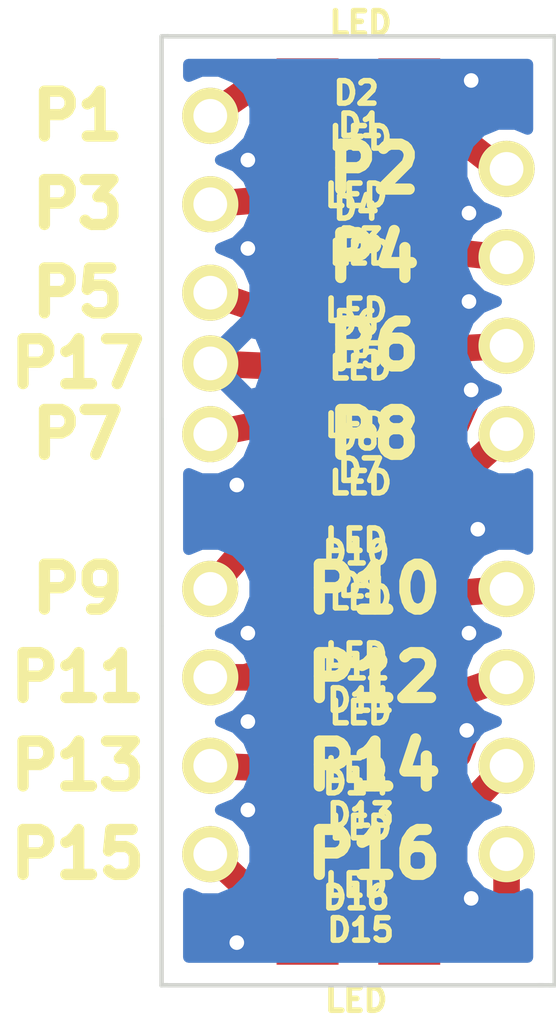
<source format=kicad_pcb>
(kicad_pcb (version 3) (host pcbnew "(22-Jun-2014 BZR 4027)-stable")

  (general
    (links 32)
    (no_connects 0)
    (area 199.477267 132.1301 214.816066 155.1699)
    (thickness 1.6)
    (drawings 16)
    (tracks 63)
    (zones 0)
    (modules 33)
    (nets 18)
  )

  (page A3)
  (layers
    (15 F.Cu signal)
    (0 B.Cu signal)
    (16 B.Adhes user)
    (17 F.Adhes user)
    (18 B.Paste user)
    (19 F.Paste user)
    (20 B.SilkS user)
    (21 F.SilkS user)
    (22 B.Mask user)
    (23 F.Mask user)
    (24 Dwgs.User user)
    (25 Cmts.User user)
    (26 Eco1.User user)
    (27 Eco2.User user)
    (28 Edge.Cuts user)
  )

  (setup
    (last_trace_width 0.6)
    (trace_clearance 0.1524)
    (zone_clearance 0.25)
    (zone_45_only no)
    (trace_min 0.254)
    (segment_width 0.2)
    (edge_width 0.1)
    (via_size 0.6858)
    (via_drill 0.3302)
    (via_min_size 0.6858)
    (via_min_drill 0.3302)
    (uvia_size 0.6858)
    (uvia_drill 0.3302)
    (uvias_allowed no)
    (uvia_min_size 0.508)
    (uvia_min_drill 0.127)
    (pcb_text_width 0.3)
    (pcb_text_size 1.5 1.5)
    (mod_edge_width 0.15)
    (mod_text_size 1 1)
    (mod_text_width 0.15)
    (pad_size 1.4 1)
    (pad_drill 0)
    (pad_to_mask_clearance 0)
    (aux_axis_origin 0 0)
    (visible_elements 7FFFFFEF)
    (pcbplotparams
      (layerselection 281051137)
      (usegerberextensions true)
      (excludeedgelayer true)
      (linewidth 0.150000)
      (plotframeref false)
      (viasonmask false)
      (mode 1)
      (useauxorigin false)
      (hpglpennumber 1)
      (hpglpenspeed 20)
      (hpglpendiameter 15)
      (hpglpenoverlay 2)
      (psnegative false)
      (psa4output false)
      (plotreference false)
      (plotvalue false)
      (plotothertext false)
      (plotinvisibletext false)
      (padsonsilk false)
      (subtractmaskfromsilk false)
      (outputformat 1)
      (mirror false)
      (drillshape 0)
      (scaleselection 1)
      (outputdirectory ""))
  )

  (net 0 "")
  (net 1 N-000001)
  (net 2 N-0000010)
  (net 3 N-0000011)
  (net 4 N-0000012)
  (net 5 N-0000013)
  (net 6 N-0000014)
  (net 7 N-0000015)
  (net 8 N-0000016)
  (net 9 N-0000017)
  (net 10 N-000002)
  (net 11 N-000003)
  (net 12 N-000004)
  (net 13 N-000005)
  (net 14 N-000006)
  (net 15 N-000007)
  (net 16 N-000008)
  (net 17 N-000009)

  (net_class Default "This is the default net class."
    (clearance 0.1524)
    (trace_width 0.6)
    (via_dia 0.6858)
    (via_drill 0.3302)
    (uvia_dia 0.6858)
    (uvia_drill 0.3302)
    (add_net "")
    (add_net N-000001)
    (add_net N-0000010)
    (add_net N-0000011)
    (add_net N-0000012)
    (add_net N-0000013)
    (add_net N-0000014)
    (add_net N-0000015)
    (add_net N-0000016)
    (add_net N-0000017)
    (add_net N-000002)
    (add_net N-000003)
    (add_net N-000004)
    (add_net N-000005)
    (add_net N-000006)
    (add_net N-000007)
    (add_net N-000008)
    (add_net N-000009)
  )

  (module 1PIN-SPECIAL (layer F.Cu) (tedit 56EF12D9) (tstamp 56EF3144)
    (at 204.45 140.3)
    (descr 1PIN-SPECIAL)
    (tags 1PIN-SPECIAL)
    (path /56EF0830)
    (fp_text reference P17 (at -3 0) (layer F.SilkS)
      (effects (font (size 1.016 1.016) (thickness 0.254)))
    )
    (fp_text value CONN_1 (at 0 2.794) (layer F.SilkS) hide
      (effects (font (size 1.016 1.016) (thickness 0.254)))
    )
    (pad 1 thru_hole circle (at 0 0) (size 1.27 1.27) (drill 0.762)
      (layers *.Cu *.Mask F.SilkS)
      (net 9 N-0000017)
    )
  )

  (module 1PIN-SPECIAL (layer F.Cu) (tedit 56EF12D9) (tstamp 56EF3149)
    (at 211.15 151.4)
    (descr 1PIN-SPECIAL)
    (tags 1PIN-SPECIAL)
    (path /56EF063E)
    (fp_text reference P16 (at -3 0) (layer F.SilkS)
      (effects (font (size 1.016 1.016) (thickness 0.254)))
    )
    (fp_text value CONN_1 (at 0 2.794) (layer F.SilkS) hide
      (effects (font (size 1.016 1.016) (thickness 0.254)))
    )
    (pad 1 thru_hole circle (at 0 0) (size 1.27 1.27) (drill 0.762)
      (layers *.Cu *.Mask F.SilkS)
      (net 8 N-0000016)
    )
  )

  (module 1PIN-SPECIAL (layer F.Cu) (tedit 56EF12D9) (tstamp 56EF314E)
    (at 204.45 151.4)
    (descr 1PIN-SPECIAL)
    (tags 1PIN-SPECIAL)
    (path /56EF0638)
    (fp_text reference P15 (at -3 0) (layer F.SilkS)
      (effects (font (size 1.016 1.016) (thickness 0.254)))
    )
    (fp_text value CONN_1 (at 0 2.794) (layer F.SilkS) hide
      (effects (font (size 1.016 1.016) (thickness 0.254)))
    )
    (pad 1 thru_hole circle (at 0 0) (size 1.27 1.27) (drill 0.762)
      (layers *.Cu *.Mask F.SilkS)
      (net 7 N-0000015)
    )
  )

  (module 1PIN-SPECIAL (layer F.Cu) (tedit 56EF12D9) (tstamp 56EF3153)
    (at 211.15 149.4)
    (descr 1PIN-SPECIAL)
    (tags 1PIN-SPECIAL)
    (path /56EF0632)
    (fp_text reference P14 (at -3 0) (layer F.SilkS)
      (effects (font (size 1.016 1.016) (thickness 0.254)))
    )
    (fp_text value CONN_1 (at 0 2.794) (layer F.SilkS) hide
      (effects (font (size 1.016 1.016) (thickness 0.254)))
    )
    (pad 1 thru_hole circle (at 0 0) (size 1.27 1.27) (drill 0.762)
      (layers *.Cu *.Mask F.SilkS)
      (net 6 N-0000014)
    )
  )

  (module 1PIN-SPECIAL (layer F.Cu) (tedit 56EF12D9) (tstamp 56EF3158)
    (at 204.45 149.4)
    (descr 1PIN-SPECIAL)
    (tags 1PIN-SPECIAL)
    (path /56EF062C)
    (fp_text reference P13 (at -3 0) (layer F.SilkS)
      (effects (font (size 1.016 1.016) (thickness 0.254)))
    )
    (fp_text value CONN_1 (at 0 2.794) (layer F.SilkS) hide
      (effects (font (size 1.016 1.016) (thickness 0.254)))
    )
    (pad 1 thru_hole circle (at 0 0) (size 1.27 1.27) (drill 0.762)
      (layers *.Cu *.Mask F.SilkS)
      (net 5 N-0000013)
    )
  )

  (module 1PIN-SPECIAL (layer F.Cu) (tedit 56EF12D9) (tstamp 56EF315D)
    (at 211.15 147.4)
    (descr 1PIN-SPECIAL)
    (tags 1PIN-SPECIAL)
    (path /56EF0626)
    (fp_text reference P12 (at -3 0) (layer F.SilkS)
      (effects (font (size 1.016 1.016) (thickness 0.254)))
    )
    (fp_text value CONN_1 (at 0 2.794) (layer F.SilkS) hide
      (effects (font (size 1.016 1.016) (thickness 0.254)))
    )
    (pad 1 thru_hole circle (at 0 0) (size 1.27 1.27) (drill 0.762)
      (layers *.Cu *.Mask F.SilkS)
      (net 4 N-0000012)
    )
  )

  (module 1PIN-SPECIAL (layer F.Cu) (tedit 56EF12D9) (tstamp 56EF3162)
    (at 204.45 147.4)
    (descr 1PIN-SPECIAL)
    (tags 1PIN-SPECIAL)
    (path /56EF0620)
    (fp_text reference P11 (at -3 0) (layer F.SilkS)
      (effects (font (size 1.016 1.016) (thickness 0.254)))
    )
    (fp_text value CONN_1 (at 0 2.794) (layer F.SilkS) hide
      (effects (font (size 1.016 1.016) (thickness 0.254)))
    )
    (pad 1 thru_hole circle (at 0 0) (size 1.27 1.27) (drill 0.762)
      (layers *.Cu *.Mask F.SilkS)
      (net 3 N-0000011)
    )
  )

  (module 1PIN-SPECIAL (layer F.Cu) (tedit 56EF12D9) (tstamp 56EF3167)
    (at 211.15 145.4)
    (descr 1PIN-SPECIAL)
    (tags 1PIN-SPECIAL)
    (path /56EF061A)
    (fp_text reference P10 (at -3 0) (layer F.SilkS)
      (effects (font (size 1.016 1.016) (thickness 0.254)))
    )
    (fp_text value CONN_1 (at 0 2.794) (layer F.SilkS) hide
      (effects (font (size 1.016 1.016) (thickness 0.254)))
    )
    (pad 1 thru_hole circle (at 0 0) (size 1.27 1.27) (drill 0.762)
      (layers *.Cu *.Mask F.SilkS)
      (net 2 N-0000010)
    )
  )

  (module 1PIN-SPECIAL (layer F.Cu) (tedit 56EF12D9) (tstamp 56EF316C)
    (at 204.45 145.4)
    (descr 1PIN-SPECIAL)
    (tags 1PIN-SPECIAL)
    (path /56EF0614)
    (fp_text reference P9 (at -3 0) (layer F.SilkS)
      (effects (font (size 1.016 1.016) (thickness 0.254)))
    )
    (fp_text value CONN_1 (at 0 2.794) (layer F.SilkS) hide
      (effects (font (size 1.016 1.016) (thickness 0.254)))
    )
    (pad 1 thru_hole circle (at 0 0) (size 1.27 1.27) (drill 0.762)
      (layers *.Cu *.Mask F.SilkS)
      (net 17 N-000009)
    )
  )

  (module 1PIN-SPECIAL (layer F.Cu) (tedit 56EF12D9) (tstamp 56EF3171)
    (at 211.15 141.9)
    (descr 1PIN-SPECIAL)
    (tags 1PIN-SPECIAL)
    (path /56EF060E)
    (fp_text reference P8 (at -3 0) (layer F.SilkS)
      (effects (font (size 1.016 1.016) (thickness 0.254)))
    )
    (fp_text value CONN_1 (at 0 2.794) (layer F.SilkS) hide
      (effects (font (size 1.016 1.016) (thickness 0.254)))
    )
    (pad 1 thru_hole circle (at 0 0) (size 1.27 1.27) (drill 0.762)
      (layers *.Cu *.Mask F.SilkS)
      (net 16 N-000008)
    )
  )

  (module 1PIN-SPECIAL (layer F.Cu) (tedit 56EF12D9) (tstamp 56EF3176)
    (at 204.45 141.9)
    (descr 1PIN-SPECIAL)
    (tags 1PIN-SPECIAL)
    (path /56EF0608)
    (fp_text reference P7 (at -3 0) (layer F.SilkS)
      (effects (font (size 1.016 1.016) (thickness 0.254)))
    )
    (fp_text value CONN_1 (at 0 2.794) (layer F.SilkS) hide
      (effects (font (size 1.016 1.016) (thickness 0.254)))
    )
    (pad 1 thru_hole circle (at 0 0) (size 1.27 1.27) (drill 0.762)
      (layers *.Cu *.Mask F.SilkS)
      (net 15 N-000007)
    )
  )

  (module 1PIN-SPECIAL (layer F.Cu) (tedit 56EF12D9) (tstamp 56EF317B)
    (at 211.15 139.9)
    (descr 1PIN-SPECIAL)
    (tags 1PIN-SPECIAL)
    (path /56EF0602)
    (fp_text reference P6 (at -3 0) (layer F.SilkS)
      (effects (font (size 1.016 1.016) (thickness 0.254)))
    )
    (fp_text value CONN_1 (at 0 2.794) (layer F.SilkS) hide
      (effects (font (size 1.016 1.016) (thickness 0.254)))
    )
    (pad 1 thru_hole circle (at 0 0) (size 1.27 1.27) (drill 0.762)
      (layers *.Cu *.Mask F.SilkS)
      (net 14 N-000006)
    )
  )

  (module 1PIN-SPECIAL (layer F.Cu) (tedit 56EF12D9) (tstamp 56EF3180)
    (at 204.45 138.7)
    (descr 1PIN-SPECIAL)
    (tags 1PIN-SPECIAL)
    (path /56EF05FC)
    (fp_text reference P5 (at -3 0) (layer F.SilkS)
      (effects (font (size 1.016 1.016) (thickness 0.254)))
    )
    (fp_text value CONN_1 (at 0 2.794) (layer F.SilkS) hide
      (effects (font (size 1.016 1.016) (thickness 0.254)))
    )
    (pad 1 thru_hole circle (at 0 0) (size 1.27 1.27) (drill 0.762)
      (layers *.Cu *.Mask F.SilkS)
      (net 13 N-000005)
    )
  )

  (module 1PIN-SPECIAL (layer F.Cu) (tedit 56EF12D9) (tstamp 56EF3185)
    (at 211.15 137.9)
    (descr 1PIN-SPECIAL)
    (tags 1PIN-SPECIAL)
    (path /56EF05F6)
    (fp_text reference P4 (at -3 0) (layer F.SilkS)
      (effects (font (size 1.016 1.016) (thickness 0.254)))
    )
    (fp_text value CONN_1 (at 0 2.794) (layer F.SilkS) hide
      (effects (font (size 1.016 1.016) (thickness 0.254)))
    )
    (pad 1 thru_hole circle (at 0 0) (size 1.27 1.27) (drill 0.762)
      (layers *.Cu *.Mask F.SilkS)
      (net 12 N-000004)
    )
  )

  (module 1PIN-SPECIAL (layer F.Cu) (tedit 56EF12D9) (tstamp 56EF318A)
    (at 204.45 136.7)
    (descr 1PIN-SPECIAL)
    (tags 1PIN-SPECIAL)
    (path /56EF05F0)
    (fp_text reference P3 (at -3 0) (layer F.SilkS)
      (effects (font (size 1.016 1.016) (thickness 0.254)))
    )
    (fp_text value CONN_1 (at 0 2.794) (layer F.SilkS) hide
      (effects (font (size 1.016 1.016) (thickness 0.254)))
    )
    (pad 1 thru_hole circle (at 0 0) (size 1.27 1.27) (drill 0.762)
      (layers *.Cu *.Mask F.SilkS)
      (net 11 N-000003)
    )
  )

  (module 1PIN-SPECIAL (layer F.Cu) (tedit 56EF12D9) (tstamp 56EF318F)
    (at 211.15 135.9)
    (descr 1PIN-SPECIAL)
    (tags 1PIN-SPECIAL)
    (path /56EF05EA)
    (fp_text reference P2 (at -3 0) (layer F.SilkS)
      (effects (font (size 1.016 1.016) (thickness 0.254)))
    )
    (fp_text value CONN_1 (at 0 2.794) (layer F.SilkS) hide
      (effects (font (size 1.016 1.016) (thickness 0.254)))
    )
    (pad 1 thru_hole circle (at 0 0) (size 1.27 1.27) (drill 0.762)
      (layers *.Cu *.Mask F.SilkS)
      (net 10 N-000002)
    )
  )

  (module 1PIN-SPECIAL (layer F.Cu) (tedit 56EF12D9) (tstamp 56EF3194)
    (at 204.45 134.7)
    (descr 1PIN-SPECIAL)
    (tags 1PIN-SPECIAL)
    (path /56EF05D3)
    (fp_text reference P1 (at -3 0) (layer F.SilkS)
      (effects (font (size 1.016 1.016) (thickness 0.254)))
    )
    (fp_text value CONN_1 (at 0 2.794) (layer F.SilkS) hide
      (effects (font (size 1.016 1.016) (thickness 0.254)))
    )
    (pad 1 thru_hole circle (at 0 0) (size 1.27 1.27) (drill 0.762)
      (layers *.Cu *.Mask F.SilkS)
      (net 1 N-000001)
    )
  )

  (module LED-SPECIAL (layer F.Cu) (tedit 56EF1A7D) (tstamp 56EF5060)
    (at 207.75 137.8)
    (descr "LED special")
    (tags "LED special")
    (path /56EF04F5)
    (attr smd)
    (fp_text reference D4 (at 0 -1.016) (layer F.SilkS)
      (effects (font (size 0.508 0.508) (thickness 0.127)))
    )
    (fp_text value LED (at 0 1.3) (layer F.SilkS)
      (effects (font (size 0.508 0.508) (thickness 0.127)))
    )
    (pad 1 smd rect (at -1.1 0) (size 1.4 1)
      (layers F.Cu F.Paste F.Mask)
      (net 9 N-0000017)
      (clearance 0.15)
    )
    (pad 2 smd rect (at 1.1 0) (size 1.4 1) (drill (offset 0.1 0))
      (layers F.Cu F.Paste F.Mask)
      (net 12 N-000004)
      (clearance 0.15)
    )
  )

  (module LED-SPECIAL (layer F.Cu) (tedit 56EF1A7D) (tstamp 56EF5059)
    (at 207.85 136.5 180)
    (descr "LED special")
    (tags "LED special")
    (path /56EF0505)
    (attr smd)
    (fp_text reference D3 (at 0 -1.016 180) (layer F.SilkS)
      (effects (font (size 0.508 0.508) (thickness 0.127)))
    )
    (fp_text value LED (at 0 1.3 180) (layer F.SilkS)
      (effects (font (size 0.508 0.508) (thickness 0.127)))
    )
    (pad 1 smd rect (at -1.1 0 180) (size 1.4 1)
      (layers F.Cu F.Paste F.Mask)
      (net 9 N-0000017)
      (clearance 0.15)
    )
    (pad 2 smd rect (at 1.1 0 180) (size 1.4 1) (drill (offset 0.1 0))
      (layers F.Cu F.Paste F.Mask)
      (net 11 N-000003)
      (clearance 0.15)
    )
  )

  (module LED-SPECIAL (layer F.Cu) (tedit 56EF1A7D) (tstamp 56EF5052)
    (at 207.85 139.1 180)
    (descr "LED special")
    (tags "LED special")
    (path /56EF055B)
    (attr smd)
    (fp_text reference D5 (at 0 -1.016 180) (layer F.SilkS)
      (effects (font (size 0.508 0.508) (thickness 0.127)))
    )
    (fp_text value LED (at 0 1.3 180) (layer F.SilkS)
      (effects (font (size 0.508 0.508) (thickness 0.127)))
    )
    (pad 1 smd rect (at -1.1 0 180) (size 1.4 1)
      (layers F.Cu F.Paste F.Mask)
      (net 9 N-0000017)
      (clearance 0.15)
    )
    (pad 2 smd rect (at 1.1 0 180) (size 1.4 1) (drill (offset 0.1 0))
      (layers F.Cu F.Paste F.Mask)
      (net 13 N-000005)
      (clearance 0.15)
    )
  )

  (module LED-SPECIAL (layer F.Cu) (tedit 56EF1A7D) (tstamp 56EF504B)
    (at 207.75 140.4)
    (descr "LED special")
    (tags "LED special")
    (path /56EF0561)
    (attr smd)
    (fp_text reference D6 (at 0 -1.016) (layer F.SilkS)
      (effects (font (size 0.508 0.508) (thickness 0.127)))
    )
    (fp_text value LED (at 0 1.3) (layer F.SilkS)
      (effects (font (size 0.508 0.508) (thickness 0.127)))
    )
    (pad 1 smd rect (at -1.1 0) (size 1.4 1)
      (layers F.Cu F.Paste F.Mask)
      (net 9 N-0000017)
      (clearance 0.15)
    )
    (pad 2 smd rect (at 1.1 0) (size 1.4 1) (drill (offset 0.1 0))
      (layers F.Cu F.Paste F.Mask)
      (net 14 N-000006)
      (clearance 0.15)
    )
  )

  (module LED-SPECIAL (layer F.Cu) (tedit 56EF1A7D) (tstamp 56EF5044)
    (at 207.75 143)
    (descr "LED special")
    (tags "LED special")
    (path /56EF0567)
    (attr smd)
    (fp_text reference D8 (at 0 -1.016) (layer F.SilkS)
      (effects (font (size 0.508 0.508) (thickness 0.127)))
    )
    (fp_text value LED (at 0 1.3) (layer F.SilkS)
      (effects (font (size 0.508 0.508) (thickness 0.127)))
    )
    (pad 1 smd rect (at -1.1 0) (size 1.4 1)
      (layers F.Cu F.Paste F.Mask)
      (net 9 N-0000017)
      (clearance 0.15)
    )
    (pad 2 smd rect (at 1.1 0) (size 1.4 1) (drill (offset 0.1 0))
      (layers F.Cu F.Paste F.Mask)
      (net 16 N-000008)
      (clearance 0.15)
    )
  )

  (module LED-SPECIAL (layer F.Cu) (tedit 56EF1A7D) (tstamp 56EF503D)
    (at 207.85 141.7 180)
    (descr "LED special")
    (tags "LED special")
    (path /56EF056D)
    (attr smd)
    (fp_text reference D7 (at 0 -1.016 180) (layer F.SilkS)
      (effects (font (size 0.508 0.508) (thickness 0.127)))
    )
    (fp_text value LED (at 0 1.3 180) (layer F.SilkS)
      (effects (font (size 0.508 0.508) (thickness 0.127)))
    )
    (pad 1 smd rect (at -1.1 0 180) (size 1.4 1)
      (layers F.Cu F.Paste F.Mask)
      (net 9 N-0000017)
      (clearance 0.15)
    )
    (pad 2 smd rect (at 1.1 0 180) (size 1.4 1) (drill (offset 0.1 0))
      (layers F.Cu F.Paste F.Mask)
      (net 15 N-000007)
      (clearance 0.15)
    )
  )

  (module LED-SPECIAL (layer F.Cu) (tedit 56EF1A7D) (tstamp 56EF5036)
    (at 207.85 144.3 180)
    (descr "LED special")
    (tags "LED special")
    (path /56EF0573)
    (attr smd)
    (fp_text reference D9 (at 0 -1.016 180) (layer F.SilkS)
      (effects (font (size 0.508 0.508) (thickness 0.127)))
    )
    (fp_text value LED (at 0 1.3 180) (layer F.SilkS)
      (effects (font (size 0.508 0.508) (thickness 0.127)))
    )
    (pad 1 smd rect (at -1.1 0 180) (size 1.4 1)
      (layers F.Cu F.Paste F.Mask)
      (net 9 N-0000017)
      (clearance 0.15)
    )
    (pad 2 smd rect (at 1.1 0 180) (size 1.4 1) (drill (offset 0.1 0))
      (layers F.Cu F.Paste F.Mask)
      (net 17 N-000009)
      (clearance 0.15)
    )
  )

  (module LED-SPECIAL (layer F.Cu) (tedit 56EF1A7D) (tstamp 56EF502F)
    (at 207.75 145.6)
    (descr "LED special")
    (tags "LED special")
    (path /56EF0579)
    (attr smd)
    (fp_text reference D10 (at 0 -1.016) (layer F.SilkS)
      (effects (font (size 0.508 0.508) (thickness 0.127)))
    )
    (fp_text value LED (at 0 1.3) (layer F.SilkS)
      (effects (font (size 0.508 0.508) (thickness 0.127)))
    )
    (pad 1 smd rect (at -1.1 0) (size 1.4 1)
      (layers F.Cu F.Paste F.Mask)
      (net 9 N-0000017)
      (clearance 0.15)
    )
    (pad 2 smd rect (at 1.1 0) (size 1.4 1) (drill (offset 0.1 0))
      (layers F.Cu F.Paste F.Mask)
      (net 2 N-0000010)
      (clearance 0.15)
    )
  )

  (module LED-SPECIAL (layer F.Cu) (tedit 56EF1A7D) (tstamp 56EF5028)
    (at 207.75 148.2)
    (descr "LED special")
    (tags "LED special")
    (path /56EF057F)
    (attr smd)
    (fp_text reference D12 (at 0 -1.016) (layer F.SilkS)
      (effects (font (size 0.508 0.508) (thickness 0.127)))
    )
    (fp_text value LED (at 0 1.3) (layer F.SilkS)
      (effects (font (size 0.508 0.508) (thickness 0.127)))
    )
    (pad 1 smd rect (at -1.1 0) (size 1.4 1)
      (layers F.Cu F.Paste F.Mask)
      (net 9 N-0000017)
      (clearance 0.15)
    )
    (pad 2 smd rect (at 1.1 0) (size 1.4 1) (drill (offset 0.1 0))
      (layers F.Cu F.Paste F.Mask)
      (net 4 N-0000012)
      (clearance 0.15)
    )
  )

  (module LED-SPECIAL (layer F.Cu) (tedit 56EF1A7D) (tstamp 56EF5021)
    (at 207.85 146.9 180)
    (descr "LED special")
    (tags "LED special")
    (path /56EF0585)
    (attr smd)
    (fp_text reference D11 (at 0 -1.016 180) (layer F.SilkS)
      (effects (font (size 0.508 0.508) (thickness 0.127)))
    )
    (fp_text value LED (at 0 1.3 180) (layer F.SilkS)
      (effects (font (size 0.508 0.508) (thickness 0.127)))
    )
    (pad 1 smd rect (at -1.1 0 180) (size 1.4 1)
      (layers F.Cu F.Paste F.Mask)
      (net 9 N-0000017)
      (clearance 0.15)
    )
    (pad 2 smd rect (at 1.1 0 180) (size 1.4 1) (drill (offset 0.1 0))
      (layers F.Cu F.Paste F.Mask)
      (net 3 N-0000011)
      (clearance 0.15)
    )
  )

  (module LED-SPECIAL (layer F.Cu) (tedit 56EF1A7D) (tstamp 56EF501A)
    (at 207.85 149.5 180)
    (descr "LED special")
    (tags "LED special")
    (path /56EF058B)
    (attr smd)
    (fp_text reference D13 (at 0 -1.016 180) (layer F.SilkS)
      (effects (font (size 0.508 0.508) (thickness 0.127)))
    )
    (fp_text value LED (at 0 1.3 180) (layer F.SilkS)
      (effects (font (size 0.508 0.508) (thickness 0.127)))
    )
    (pad 1 smd rect (at -1.1 0 180) (size 1.4 1)
      (layers F.Cu F.Paste F.Mask)
      (net 9 N-0000017)
      (clearance 0.15)
    )
    (pad 2 smd rect (at 1.1 0 180) (size 1.4 1) (drill (offset 0.1 0))
      (layers F.Cu F.Paste F.Mask)
      (net 5 N-0000013)
      (clearance 0.15)
    )
  )

  (module LED-SPECIAL (layer F.Cu) (tedit 56EF1A7D) (tstamp 56EF5013)
    (at 207.75 150.8)
    (descr "LED special")
    (tags "LED special")
    (path /56EF0591)
    (attr smd)
    (fp_text reference D14 (at 0 -1.016) (layer F.SilkS)
      (effects (font (size 0.508 0.508) (thickness 0.127)))
    )
    (fp_text value LED (at 0 1.3) (layer F.SilkS)
      (effects (font (size 0.508 0.508) (thickness 0.127)))
    )
    (pad 1 smd rect (at -1.1 0) (size 1.4 1)
      (layers F.Cu F.Paste F.Mask)
      (net 9 N-0000017)
      (clearance 0.15)
    )
    (pad 2 smd rect (at 1.1 0) (size 1.4 1) (drill (offset 0.1 0))
      (layers F.Cu F.Paste F.Mask)
      (net 6 N-0000014)
      (clearance 0.15)
    )
  )

  (module LED-SPECIAL (layer F.Cu) (tedit 56EF1A7D) (tstamp 56EF500C)
    (at 207.85 133.9 180)
    (descr "LED special")
    (tags "LED special")
    (path /56EF04DD)
    (attr smd)
    (fp_text reference D1 (at 0 -1.016 180) (layer F.SilkS)
      (effects (font (size 0.508 0.508) (thickness 0.127)))
    )
    (fp_text value LED (at 0 1.3 180) (layer F.SilkS)
      (effects (font (size 0.508 0.508) (thickness 0.127)))
    )
    (pad 1 smd rect (at -1.1 0 180) (size 1.4 1)
      (layers F.Cu F.Paste F.Mask)
      (net 9 N-0000017)
      (clearance 0.15)
    )
    (pad 2 smd rect (at 1.1 0 180) (size 1.4 1) (drill (offset 0.1 0))
      (layers F.Cu F.Paste F.Mask)
      (net 1 N-000001)
      (clearance 0.15)
    )
  )

  (module LED-SPECIAL (layer F.Cu) (tedit 56EF1A7D) (tstamp 56EF5005)
    (at 207.75 135.2)
    (descr "LED special")
    (tags "LED special")
    (path /56EF04EF)
    (attr smd)
    (fp_text reference D2 (at 0 -1.016) (layer F.SilkS)
      (effects (font (size 0.508 0.508) (thickness 0.127)))
    )
    (fp_text value LED (at 0 1.3) (layer F.SilkS)
      (effects (font (size 0.508 0.508) (thickness 0.127)))
    )
    (pad 1 smd rect (at -1.1 0) (size 1.4 1)
      (layers F.Cu F.Paste F.Mask)
      (net 9 N-0000017)
      (clearance 0.15)
    )
    (pad 2 smd rect (at 1.1 0) (size 1.4 1) (drill (offset 0.1 0))
      (layers F.Cu F.Paste F.Mask)
      (net 10 N-000002)
      (clearance 0.15)
    )
  )

  (module LED-SPECIAL (layer F.Cu) (tedit 56EF1A7D) (tstamp 56EF4FFE)
    (at 207.75 153.4)
    (descr "LED special")
    (tags "LED special")
    (path /56EF0597)
    (attr smd)
    (fp_text reference D16 (at 0 -1.016) (layer F.SilkS)
      (effects (font (size 0.508 0.508) (thickness 0.127)))
    )
    (fp_text value LED (at 0 1.3) (layer F.SilkS)
      (effects (font (size 0.508 0.508) (thickness 0.127)))
    )
    (pad 1 smd rect (at -1.1 0) (size 1.4 1)
      (layers F.Cu F.Paste F.Mask)
      (net 9 N-0000017)
      (clearance 0.15)
    )
    (pad 2 smd rect (at 1.1 0) (size 1.4 1) (drill (offset 0.1 0))
      (layers F.Cu F.Paste F.Mask)
      (net 8 N-0000016)
      (clearance 0.15)
    )
  )

  (module LED-SPECIAL (layer F.Cu) (tedit 56EF1A7D) (tstamp 56EF4FF7)
    (at 207.85 152.1 180)
    (descr "LED special")
    (tags "LED special")
    (path /56EF059D)
    (attr smd)
    (fp_text reference D15 (at 0 -1.016 180) (layer F.SilkS)
      (effects (font (size 0.508 0.508) (thickness 0.127)))
    )
    (fp_text value LED (at 0 1.3 180) (layer F.SilkS)
      (effects (font (size 0.508 0.508) (thickness 0.127)))
    )
    (pad 1 smd rect (at -1.1 0 180) (size 1.4 1)
      (layers F.Cu F.Paste F.Mask)
      (net 9 N-0000017)
      (clearance 0.15)
    )
    (pad 2 smd rect (at 1.1 0 180) (size 1.4 1) (drill (offset 0.1 0))
      (layers F.Cu F.Paste F.Mask)
      (net 7 N-0000015)
      (clearance 0.15)
    )
  )

  (gr_line (start 212.23732 154.36596) (end 212.23732 154.36088) (angle 90) (layer Edge.Cuts) (width 0.1))
  (gr_line (start 212.11286 154.36596) (end 212.23732 154.36596) (angle 90) (layer Edge.Cuts) (width 0.1))
  (gr_line (start 203.34732 154.36342) (end 203.34732 154.3685) (angle 90) (layer Edge.Cuts) (width 0.1))
  (gr_line (start 203.4794 154.36342) (end 203.34732 154.36342) (angle 90) (layer Edge.Cuts) (width 0.1))
  (gr_line (start 212.23986 132.90042) (end 212.23986 132.91566) (angle 90) (layer Edge.Cuts) (width 0.1))
  (gr_line (start 212.12302 132.90042) (end 212.23986 132.90042) (angle 90) (layer Edge.Cuts) (width 0.1))
  (gr_line (start 203.35 132.9) (end 203.5 132.9) (angle 90) (layer Edge.Cuts) (width 0.1))
  (gr_line (start 211.858 154.365) (end 212.112 154.365) (angle 90) (layer Edge.Cuts) (width 0.1))
  (gr_line (start 203.349 133.029) (end 203.349 132.902) (angle 90) (layer Edge.Cuts) (width 0.1))
  (gr_line (start 212.239 132.902) (end 212.239 133.156) (angle 90) (layer Edge.Cuts) (width 0.1))
  (gr_line (start 203.349 133.029) (end 203.349 141.792) (angle 90) (layer Edge.Cuts) (width 0.1))
  (gr_line (start 212.112 132.902) (end 203.476 132.902) (angle 90) (layer Edge.Cuts) (width 0.1))
  (gr_line (start 212.239 154.365) (end 212.239 133.029) (angle 90) (layer Edge.Cuts) (width 0.1))
  (gr_line (start 203.476 154.365) (end 211.985 154.365) (angle 90) (layer Edge.Cuts) (width 0.1))
  (gr_line (start 203.349 146.237) (end 203.349 154.365) (angle 90) (layer Edge.Cuts) (width 0.1))
  (gr_line (start 203.349 141.538) (end 203.349 146.237) (angle 90) (layer Edge.Cuts) (width 0.1))

  (segment (start 206.75 133.9) (end 205.6 133.9) (width 0.6) (layer F.Cu) (net 1) (tstamp 56EF6235))
  (segment (start 205.6 133.9) (end 204.45 134.7) (width 0.6) (layer F.Cu) (net 1) (tstamp 56EF6236))
  (segment (start 208.85 145.6) (end 211.15 145.4) (width 0.6) (layer F.Cu) (net 2) (tstamp 56EF65B3))
  (segment (start 204.45 147.4) (end 205.25 147.4) (width 0.6) (layer F.Cu) (net 3) (tstamp 56EF629D))
  (segment (start 205.25 147.4) (end 206.75 146.9) (width 0.6) (layer F.Cu) (net 3) (tstamp 56EF62A1))
  (segment (start 208.85 148.2) (end 211.15 147.4) (width 0.6) (layer F.Cu) (net 4) (tstamp 56EF68D4))
  (segment (start 204.45 149.4) (end 206.75 149.5) (width 0.6) (layer F.Cu) (net 5) (tstamp 56EF6752))
  (segment (start 208.85 150.8) (end 210.3 150.3) (width 0.6) (layer F.Cu) (net 6) (tstamp 56EF65BC))
  (segment (start 210.3 150.3) (end 211.15 149.4) (width 0.6) (layer F.Cu) (net 6) (tstamp 56EF65C1))
  (segment (start 206.75 152.1) (end 205.2 152.1) (width 0.6) (layer F.Cu) (net 7) (tstamp 56EF620B))
  (segment (start 205.2 152.1) (end 204.45 151.4) (width 0.6) (layer F.Cu) (net 7) (tstamp 56EF620F))
  (segment (start 211.15 151.4) (end 211.15 152.8) (width 0.6) (layer F.Cu) (net 8) (tstamp 56EF6637))
  (segment (start 210.5 153.3) (end 208.85 153.4) (width 0.6) (layer F.Cu) (net 8) (tstamp 56EF6645))
  (segment (start 211.15 152.8) (end 210.5 153.3) (width 0.6) (layer F.Cu) (net 8) (tstamp 56EF663E))
  (segment (start 208.95 149.5) (end 210.05 149.15) (width 0.6) (layer F.Cu) (net 9) (tstamp 56EF68DE))
  (via (at 210.25 148.6) (size 0.6858) (layers F.Cu B.Cu) (net 9))
  (segment (start 210.05 149.15) (end 210.25 148.6) (width 0.6) (layer F.Cu) (net 9) (tstamp 56EF68E9))
  (segment (start 206.65 140.4) (end 204.45 140.3) (width 0.6) (layer F.Cu) (net 9) (tstamp 56EF67DD))
  (segment (start 206.65 143) (end 205.05 143.05) (width 0.6) (layer F.Cu) (net 9) (tstamp 56EF67B3))
  (via (at 205.05 143.05) (size 0.6858) (layers F.Cu B.Cu) (net 9))
  (segment (start 206.65 135.2) (end 205.3 135.7) (width 0.6) (layer F.Cu) (net 9) (tstamp 56EF6706))
  (via (at 205.3 135.7) (size 0.6858) (layers F.Cu B.Cu) (net 9))
  (segment (start 208.95 146.9) (end 210.3 146.4) (width 0.6) (layer F.Cu) (net 9) (tstamp 56EF6582))
  (via (at 210.3 146.4) (size 0.6858) (layers F.Cu B.Cu) (net 9))
  (segment (start 208.95 144.3) (end 210.5 144.05) (width 0.6) (layer F.Cu) (net 9) (tstamp 56EF656A))
  (via (at 210.5 144.05) (size 0.6858) (layers F.Cu B.Cu) (net 9))
  (segment (start 206.65 145.6) (end 205.55 145.95) (width 0.6) (layer F.Cu) (net 9) (tstamp 56EF6543))
  (via (at 205.3 146.4) (size 0.6858) (layers F.Cu B.Cu) (net 9))
  (segment (start 205.55 145.95) (end 205.3 146.4) (width 0.6) (layer F.Cu) (net 9) (tstamp 56EF654A))
  (segment (start 208.95 141.7) (end 210 141.7) (width 0.6) (layer F.Cu) (net 9) (tstamp 56EF64F1))
  (via (at 210.35 140.9) (size 0.6858) (layers F.Cu B.Cu) (net 9))
  (segment (start 210 141.7) (end 210.35 140.9) (width 0.6) (layer F.Cu) (net 9) (tstamp 56EF64FE))
  (segment (start 208.95 152.1) (end 210.35 152.4) (width 0.6) (layer F.Cu) (net 9) (tstamp 56EF648C))
  (via (at 210.35 152.4) (size 0.6858) (layers F.Cu B.Cu) (net 9))
  (segment (start 208.95 139.1) (end 210.3 138.9) (width 0.6) (layer F.Cu) (net 9) (tstamp 56EF643D))
  (via (at 210.3 138.9) (size 0.6858) (layers F.Cu B.Cu) (net 9))
  (segment (start 208.95 136.5) (end 210.3 136.9) (width 0.6) (layer F.Cu) (net 9) (tstamp 56EF6424))
  (via (at 210.3 136.9) (size 0.6858) (layers F.Cu B.Cu) (net 9))
  (segment (start 208.95 133.9) (end 210.35 133.9) (width 0.6) (layer F.Cu) (net 9) (tstamp 56EF63EF))
  (via (at 210.35 133.9) (size 0.6858) (layers F.Cu B.Cu) (net 9))
  (segment (start 206.65 153.4) (end 205.05 153.4) (width 0.6) (layer F.Cu) (net 9) (tstamp 56EF61BA))
  (via (at 205.05 153.4) (size 0.6858) (layers F.Cu B.Cu) (net 9))
  (segment (start 206.65 148.2) (end 205.3 148.4) (width 0.6) (layer F.Cu) (net 9) (tstamp 56EF61A1))
  (via (at 205.3 148.4) (size 0.6858) (layers F.Cu B.Cu) (net 9))
  (segment (start 206.65 150.8) (end 205.3 150.4) (width 0.6) (layer F.Cu) (net 9) (tstamp 56EF618C))
  (via (at 205.3 150.4) (size 0.6858) (layers F.Cu B.Cu) (net 9))
  (segment (start 206.65 137.8) (end 205.3 137.7) (width 0.6) (layer F.Cu) (net 9) (tstamp 56EF6125))
  (via (at 205.3 137.7) (size 0.6858) (layers F.Cu B.Cu) (net 9))
  (segment (start 208.9 135.2) (end 210.1 135.2) (width 0.6) (layer F.Cu) (net 10) (tstamp 56EF465F))
  (segment (start 210.1 135.2) (end 211 135.9) (width 0.6) (layer F.Cu) (net 10) (tstamp 56EF4661))
  (segment (start 206.75 136.5) (end 204.45 136.7) (width 0.6) (layer F.Cu) (net 11) (tstamp 56EF623B))
  (segment (start 208.9 137.8) (end 210.1 137.8) (width 0.6) (layer F.Cu) (net 12) (tstamp 56EF4658))
  (segment (start 210.1 137.8) (end 211 137.9) (width 0.6) (layer F.Cu) (net 12) (tstamp 56EF4659))
  (segment (start 206.75 139.1) (end 205.6 139.1) (width 0.6) (layer F.Cu) (net 13) (tstamp 56EF622C))
  (segment (start 205.6 139.1) (end 204.45 138.7) (width 0.6) (layer F.Cu) (net 13) (tstamp 56EF622E))
  (segment (start 208.85 140.4) (end 210.3 139.95) (width 0.6) (layer F.Cu) (net 14) (tstamp 56EF65DA))
  (segment (start 210.3 139.95) (end 211.15 139.9) (width 0.6) (layer F.Cu) (net 14) (tstamp 56EF65E2))
  (segment (start 206.75 141.7) (end 205.45 141.7) (width 0.6) (layer F.Cu) (net 15) (tstamp 56EF6245))
  (segment (start 205.45 141.7) (end 204.45 141.9) (width 0.6) (layer F.Cu) (net 15) (tstamp 56EF6248))
  (segment (start 208.85 143) (end 210.15 142.8) (width 0.6) (layer F.Cu) (net 16) (tstamp 56EF65C7))
  (segment (start 210.15 142.8) (end 211.15 141.9) (width 0.6) (layer F.Cu) (net 16) (tstamp 56EF65C9))
  (segment (start 206.75 144.3) (end 205.4 144.3) (width 0.6) (layer F.Cu) (net 17) (tstamp 56EF6219))
  (segment (start 205.4 144.3) (end 204.45 145.4) (width 0.6) (layer F.Cu) (net 17) (tstamp 56EF621D))

  (zone (net 9) (net_name N-0000017) (layer B.Cu) (tstamp 56EF5AE7) (hatch edge 0.508)
    (connect_pads (clearance 0.25))
    (min_thickness 0.254)
    (fill (arc_segments 16) (thermal_gap 0.508) (thermal_bridge_width 0.508))
    (polygon
      (pts
        (xy 211.753 153.857) (xy 203.835 153.857) (xy 203.835 133.41) (xy 211.753 133.41)
      )
    )
    (filled_polygon
      (pts
        (xy 211.626 153.73) (xy 205.732679 153.73) (xy 205.732679 140.477335) (xy 205.702904 139.972976) (xy 205.567178 139.645304)
        (xy 205.338132 139.591473) (xy 204.629605 140.3) (xy 205.338132 141.008527) (xy 205.567178 140.954696) (xy 205.732679 140.477335)
        (xy 205.732679 153.73) (xy 203.962 153.73) (xy 203.962 152.293141) (xy 204.247818 152.411824) (xy 204.650416 152.412175)
        (xy 205.022503 152.258432) (xy 205.307431 151.974) (xy 205.461824 151.602182) (xy 205.462175 151.199584) (xy 205.308432 150.827497)
        (xy 205.024 150.542569) (xy 204.68027 150.399839) (xy 205.022503 150.258432) (xy 205.307431 149.974) (xy 205.461824 149.602182)
        (xy 205.462175 149.199584) (xy 205.308432 148.827497) (xy 205.024 148.542569) (xy 204.68027 148.399839) (xy 205.022503 148.258432)
        (xy 205.307431 147.974) (xy 205.461824 147.602182) (xy 205.462175 147.199584) (xy 205.308432 146.827497) (xy 205.024 146.542569)
        (xy 204.68027 146.399839) (xy 205.022503 146.258432) (xy 205.307431 145.974) (xy 205.461824 145.602182) (xy 205.462175 145.199584)
        (xy 205.308432 144.827497) (xy 205.024 144.542569) (xy 204.652182 144.388176) (xy 204.249584 144.387825) (xy 203.962 144.506652)
        (xy 203.962 142.793141) (xy 204.247818 142.911824) (xy 204.650416 142.912175) (xy 205.022503 142.758432) (xy 205.307431 142.474)
        (xy 205.461824 142.102182) (xy 205.462175 141.699584) (xy 205.308432 141.327497) (xy 205.024 141.042569) (xy 205.005127 141.034732)
        (xy 204.45 140.479605) (xy 204.435857 140.493747) (xy 204.256252 140.314142) (xy 204.270395 140.3) (xy 204.256252 140.285857)
        (xy 204.435857 140.106252) (xy 204.45 140.120395) (xy 205.004541 139.565853) (xy 205.022503 139.558432) (xy 205.307431 139.274)
        (xy 205.461824 138.902182) (xy 205.462175 138.499584) (xy 205.308432 138.127497) (xy 205.024 137.842569) (xy 204.68027 137.699839)
        (xy 205.022503 137.558432) (xy 205.307431 137.274) (xy 205.461824 136.902182) (xy 205.462175 136.499584) (xy 205.308432 136.127497)
        (xy 205.024 135.842569) (xy 204.68027 135.699839) (xy 205.022503 135.558432) (xy 205.307431 135.274) (xy 205.461824 134.902182)
        (xy 205.462175 134.499584) (xy 205.308432 134.127497) (xy 205.024 133.842569) (xy 204.652182 133.688176) (xy 204.249584 133.687825)
        (xy 203.962 133.806652) (xy 203.962 133.537) (xy 211.626 133.537) (xy 211.626 135.001875) (xy 211.352182 134.888176)
        (xy 210.949584 134.887825) (xy 210.577497 135.041568) (xy 210.292569 135.326) (xy 210.138176 135.697818) (xy 210.137825 136.100416)
        (xy 210.291568 136.472503) (xy 210.576 136.757431) (xy 210.919729 136.90016) (xy 210.577497 137.041568) (xy 210.292569 137.326)
        (xy 210.138176 137.697818) (xy 210.137825 138.100416) (xy 210.291568 138.472503) (xy 210.576 138.757431) (xy 210.919729 138.90016)
        (xy 210.577497 139.041568) (xy 210.292569 139.326) (xy 210.138176 139.697818) (xy 210.137825 140.100416) (xy 210.291568 140.472503)
        (xy 210.576 140.757431) (xy 210.919729 140.90016) (xy 210.577497 141.041568) (xy 210.292569 141.326) (xy 210.138176 141.697818)
        (xy 210.137825 142.100416) (xy 210.291568 142.472503) (xy 210.576 142.757431) (xy 210.947818 142.911824) (xy 211.350416 142.912175)
        (xy 211.626 142.798306) (xy 211.626 144.501875) (xy 211.352182 144.388176) (xy 210.949584 144.387825) (xy 210.577497 144.541568)
        (xy 210.292569 144.826) (xy 210.138176 145.197818) (xy 210.137825 145.600416) (xy 210.291568 145.972503) (xy 210.576 146.257431)
        (xy 210.919729 146.40016) (xy 210.577497 146.541568) (xy 210.292569 146.826) (xy 210.138176 147.197818) (xy 210.137825 147.600416)
        (xy 210.291568 147.972503) (xy 210.576 148.257431) (xy 210.919729 148.40016) (xy 210.577497 148.541568) (xy 210.292569 148.826)
        (xy 210.138176 149.197818) (xy 210.137825 149.600416) (xy 210.291568 149.972503) (xy 210.576 150.257431) (xy 210.919729 150.40016)
        (xy 210.577497 150.541568) (xy 210.292569 150.826) (xy 210.138176 151.197818) (xy 210.137825 151.600416) (xy 210.291568 151.972503)
        (xy 210.576 152.257431) (xy 210.947818 152.411824) (xy 211.350416 152.412175) (xy 211.626 152.298306) (xy 211.626 153.73)
      )
    )
  )
)

</source>
